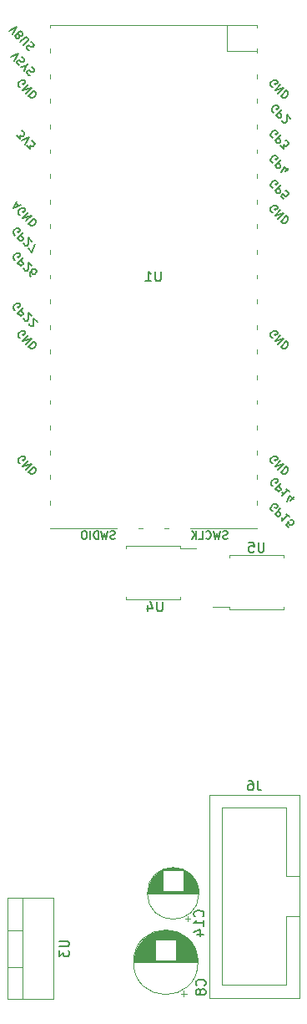
<source format=gbr>
%TF.GenerationSoftware,KiCad,Pcbnew,(6.0.7)*%
%TF.CreationDate,2023-02-07T22:21:13+09:00*%
%TF.ProjectId,scoppy_main,73636f70-7079-45f6-9d61-696e2e6b6963,rev?*%
%TF.SameCoordinates,Original*%
%TF.FileFunction,Legend,Bot*%
%TF.FilePolarity,Positive*%
%FSLAX46Y46*%
G04 Gerber Fmt 4.6, Leading zero omitted, Abs format (unit mm)*
G04 Created by KiCad (PCBNEW (6.0.7)) date 2023-02-07 22:21:13*
%MOMM*%
%LPD*%
G01*
G04 APERTURE LIST*
%ADD10C,0.150000*%
%ADD11C,0.120000*%
G04 APERTURE END LIST*
D10*
%TO.C,C14*%
X177757142Y-151557142D02*
X177804761Y-151509523D01*
X177852380Y-151366666D01*
X177852380Y-151271428D01*
X177804761Y-151128571D01*
X177709523Y-151033333D01*
X177614285Y-150985714D01*
X177423809Y-150938095D01*
X177280952Y-150938095D01*
X177090476Y-150985714D01*
X176995238Y-151033333D01*
X176900000Y-151128571D01*
X176852380Y-151271428D01*
X176852380Y-151366666D01*
X176900000Y-151509523D01*
X176947619Y-151557142D01*
X177852380Y-152509523D02*
X177852380Y-151938095D01*
X177852380Y-152223809D02*
X176852380Y-152223809D01*
X176995238Y-152128571D01*
X177090476Y-152033333D01*
X177138095Y-151938095D01*
X177185714Y-153366666D02*
X177852380Y-153366666D01*
X176804761Y-153128571D02*
X177519047Y-152890476D01*
X177519047Y-153509523D01*
%TO.C,C8*%
X177957142Y-158533333D02*
X178004761Y-158485714D01*
X178052380Y-158342857D01*
X178052380Y-158247619D01*
X178004761Y-158104761D01*
X177909523Y-158009523D01*
X177814285Y-157961904D01*
X177623809Y-157914285D01*
X177480952Y-157914285D01*
X177290476Y-157961904D01*
X177195238Y-158009523D01*
X177100000Y-158104761D01*
X177052380Y-158247619D01*
X177052380Y-158342857D01*
X177100000Y-158485714D01*
X177147619Y-158533333D01*
X177480952Y-159104761D02*
X177433333Y-159009523D01*
X177385714Y-158961904D01*
X177290476Y-158914285D01*
X177242857Y-158914285D01*
X177147619Y-158961904D01*
X177100000Y-159009523D01*
X177052380Y-159104761D01*
X177052380Y-159295238D01*
X177100000Y-159390476D01*
X177147619Y-159438095D01*
X177242857Y-159485714D01*
X177290476Y-159485714D01*
X177385714Y-159438095D01*
X177433333Y-159390476D01*
X177480952Y-159295238D01*
X177480952Y-159104761D01*
X177528571Y-159009523D01*
X177576190Y-158961904D01*
X177671428Y-158914285D01*
X177861904Y-158914285D01*
X177957142Y-158961904D01*
X178004761Y-159009523D01*
X178052380Y-159104761D01*
X178052380Y-159295238D01*
X178004761Y-159390476D01*
X177957142Y-159438095D01*
X177861904Y-159485714D01*
X177671428Y-159485714D01*
X177576190Y-159438095D01*
X177528571Y-159390476D01*
X177480952Y-159295238D01*
%TO.C,U5*%
X183961904Y-113652380D02*
X183961904Y-114461904D01*
X183914285Y-114557142D01*
X183866666Y-114604761D01*
X183771428Y-114652380D01*
X183580952Y-114652380D01*
X183485714Y-114604761D01*
X183438095Y-114557142D01*
X183390476Y-114461904D01*
X183390476Y-113652380D01*
X182438095Y-113652380D02*
X182914285Y-113652380D01*
X182961904Y-114128571D01*
X182914285Y-114080952D01*
X182819047Y-114033333D01*
X182580952Y-114033333D01*
X182485714Y-114080952D01*
X182438095Y-114128571D01*
X182390476Y-114223809D01*
X182390476Y-114461904D01*
X182438095Y-114557142D01*
X182485714Y-114604761D01*
X182580952Y-114652380D01*
X182819047Y-114652380D01*
X182914285Y-114604761D01*
X182961904Y-114557142D01*
%TO.C,J6*%
X183315833Y-137772380D02*
X183315833Y-138486666D01*
X183363452Y-138629523D01*
X183458690Y-138724761D01*
X183601547Y-138772380D01*
X183696785Y-138772380D01*
X182411071Y-137772380D02*
X182601547Y-137772380D01*
X182696785Y-137820000D01*
X182744404Y-137867619D01*
X182839642Y-138010476D01*
X182887261Y-138200952D01*
X182887261Y-138581904D01*
X182839642Y-138677142D01*
X182792023Y-138724761D01*
X182696785Y-138772380D01*
X182506309Y-138772380D01*
X182411071Y-138724761D01*
X182363452Y-138677142D01*
X182315833Y-138581904D01*
X182315833Y-138343809D01*
X182363452Y-138248571D01*
X182411071Y-138200952D01*
X182506309Y-138153333D01*
X182696785Y-138153333D01*
X182792023Y-138200952D01*
X182839642Y-138248571D01*
X182887261Y-138343809D01*
%TO.C,U1*%
X173511904Y-86202380D02*
X173511904Y-87011904D01*
X173464285Y-87107142D01*
X173416666Y-87154761D01*
X173321428Y-87202380D01*
X173130952Y-87202380D01*
X173035714Y-87154761D01*
X172988095Y-87107142D01*
X172940476Y-87011904D01*
X172940476Y-86202380D01*
X171940476Y-87202380D02*
X172511904Y-87202380D01*
X172226190Y-87202380D02*
X172226190Y-86202380D01*
X172321428Y-86345238D01*
X172416666Y-86440476D01*
X172511904Y-86488095D01*
X184863096Y-77738781D02*
X184782284Y-77711844D01*
X184701471Y-77631032D01*
X184647597Y-77523282D01*
X184647597Y-77415532D01*
X184674534Y-77334720D01*
X184755346Y-77200033D01*
X184836158Y-77119221D01*
X184970845Y-77038409D01*
X185051658Y-77011471D01*
X185159407Y-77011471D01*
X185267157Y-77065346D01*
X185321032Y-77119221D01*
X185374906Y-77226971D01*
X185374906Y-77280845D01*
X185186345Y-77469407D01*
X185078595Y-77361658D01*
X185671218Y-77469407D02*
X185105532Y-78035093D01*
X185321032Y-78250592D01*
X185401844Y-78277529D01*
X185455719Y-78277529D01*
X185536531Y-78250592D01*
X185617343Y-78169780D01*
X185644280Y-78088967D01*
X185644280Y-78035093D01*
X185617343Y-77954280D01*
X185401844Y-77738781D01*
X185940592Y-78870152D02*
X185671218Y-78600778D01*
X185913654Y-78304467D01*
X185913654Y-78358341D01*
X185940592Y-78439154D01*
X186075279Y-78573841D01*
X186156091Y-78600778D01*
X186209966Y-78600778D01*
X186290778Y-78573841D01*
X186425465Y-78439154D01*
X186452402Y-78358341D01*
X186452402Y-78304467D01*
X186425465Y-78223654D01*
X186290778Y-78088967D01*
X186209966Y-78062030D01*
X186156091Y-78062030D01*
X158739722Y-85089407D02*
X158658910Y-85062470D01*
X158578097Y-84981658D01*
X158524223Y-84873908D01*
X158524223Y-84766158D01*
X158551160Y-84685346D01*
X158631972Y-84550659D01*
X158712784Y-84469847D01*
X158847471Y-84389035D01*
X158928284Y-84362097D01*
X159036033Y-84362097D01*
X159143783Y-84415972D01*
X159197658Y-84469847D01*
X159251532Y-84577597D01*
X159251532Y-84631471D01*
X159062971Y-84820033D01*
X158955221Y-84712284D01*
X159547844Y-84820033D02*
X158982158Y-85385719D01*
X159197658Y-85601218D01*
X159278470Y-85628155D01*
X159332345Y-85628155D01*
X159413157Y-85601218D01*
X159493969Y-85520406D01*
X159520906Y-85439593D01*
X159520906Y-85385719D01*
X159493969Y-85304906D01*
X159278470Y-85089407D01*
X159574781Y-85870592D02*
X159574781Y-85924467D01*
X159601719Y-86005279D01*
X159736406Y-86139966D01*
X159817218Y-86166903D01*
X159871093Y-86166903D01*
X159951905Y-86139966D01*
X160005780Y-86086091D01*
X160059654Y-85978341D01*
X160059654Y-85331844D01*
X160409841Y-85682030D01*
X160329028Y-86732589D02*
X160221279Y-86624839D01*
X160194341Y-86544027D01*
X160194341Y-86490152D01*
X160221279Y-86355465D01*
X160302091Y-86220778D01*
X160517590Y-86005279D01*
X160598402Y-85978341D01*
X160652277Y-85978341D01*
X160733089Y-86005279D01*
X160840839Y-86113028D01*
X160867776Y-86193841D01*
X160867776Y-86247715D01*
X160840839Y-86328528D01*
X160706152Y-86463215D01*
X160625340Y-86490152D01*
X160571465Y-86490152D01*
X160490653Y-86463215D01*
X160382903Y-86355465D01*
X160355966Y-86274653D01*
X160355966Y-86220778D01*
X160382903Y-86139966D01*
X158793597Y-79309035D02*
X159062971Y-79578409D01*
X158901346Y-79093536D02*
X158524223Y-79847783D01*
X159278470Y-79470659D01*
X159224595Y-80494280D02*
X159143783Y-80467343D01*
X159062971Y-80386531D01*
X159009096Y-80278781D01*
X159009096Y-80171032D01*
X159036033Y-80090219D01*
X159116845Y-79955532D01*
X159197658Y-79874720D01*
X159332345Y-79793908D01*
X159413157Y-79766971D01*
X159520906Y-79766971D01*
X159628656Y-79820845D01*
X159682531Y-79874720D01*
X159736406Y-79982470D01*
X159736406Y-80036345D01*
X159547844Y-80224906D01*
X159440094Y-80117157D01*
X160032717Y-80224906D02*
X159467032Y-80790592D01*
X160355966Y-80548155D01*
X159790280Y-81113841D01*
X160625340Y-80817529D02*
X160059654Y-81383215D01*
X160194341Y-81517902D01*
X160302091Y-81571776D01*
X160409841Y-81571776D01*
X160490653Y-81544839D01*
X160625340Y-81464027D01*
X160706152Y-81383215D01*
X160786964Y-81248528D01*
X160813902Y-81167715D01*
X160813902Y-81059966D01*
X160760027Y-80952216D01*
X160625340Y-80817529D01*
X184893722Y-107949407D02*
X184812910Y-107922470D01*
X184732097Y-107841658D01*
X184678223Y-107733908D01*
X184678223Y-107626158D01*
X184705160Y-107545346D01*
X184785972Y-107410659D01*
X184866784Y-107329847D01*
X185001471Y-107249035D01*
X185082284Y-107222097D01*
X185190033Y-107222097D01*
X185297783Y-107275972D01*
X185351658Y-107329847D01*
X185405532Y-107437597D01*
X185405532Y-107491471D01*
X185216971Y-107680033D01*
X185109221Y-107572284D01*
X185701844Y-107680033D02*
X185136158Y-108245719D01*
X185351658Y-108461218D01*
X185432470Y-108488155D01*
X185486345Y-108488155D01*
X185567157Y-108461218D01*
X185647969Y-108380406D01*
X185674906Y-108299593D01*
X185674906Y-108245719D01*
X185647969Y-108164906D01*
X185432470Y-107949407D01*
X186563841Y-108542030D02*
X186240592Y-108218781D01*
X186402216Y-108380406D02*
X185836531Y-108946091D01*
X185863468Y-108811404D01*
X185863468Y-108703654D01*
X185836531Y-108622842D01*
X186671590Y-109404027D02*
X187048714Y-109026903D01*
X186321404Y-109484839D02*
X186590778Y-108946091D01*
X186940964Y-109296277D01*
X158739722Y-90169407D02*
X158658910Y-90142470D01*
X158578097Y-90061658D01*
X158524223Y-89953908D01*
X158524223Y-89846158D01*
X158551160Y-89765346D01*
X158631972Y-89630659D01*
X158712784Y-89549847D01*
X158847471Y-89469035D01*
X158928284Y-89442097D01*
X159036033Y-89442097D01*
X159143783Y-89495972D01*
X159197658Y-89549847D01*
X159251532Y-89657597D01*
X159251532Y-89711471D01*
X159062971Y-89900033D01*
X158955221Y-89792284D01*
X159547844Y-89900033D02*
X158982158Y-90465719D01*
X159197658Y-90681218D01*
X159278470Y-90708155D01*
X159332345Y-90708155D01*
X159413157Y-90681218D01*
X159493969Y-90600406D01*
X159520906Y-90519593D01*
X159520906Y-90465719D01*
X159493969Y-90384906D01*
X159278470Y-90169407D01*
X159574781Y-90950592D02*
X159574781Y-91004467D01*
X159601719Y-91085279D01*
X159736406Y-91219966D01*
X159817218Y-91246903D01*
X159871093Y-91246903D01*
X159951905Y-91219966D01*
X160005780Y-91166091D01*
X160059654Y-91058341D01*
X160059654Y-90411844D01*
X160409841Y-90762030D01*
X160113529Y-91489340D02*
X160113529Y-91543215D01*
X160140467Y-91624027D01*
X160275154Y-91758714D01*
X160355966Y-91785651D01*
X160409841Y-91785651D01*
X160490653Y-91758714D01*
X160544528Y-91704839D01*
X160598402Y-91597089D01*
X160598402Y-90950592D01*
X160948589Y-91300778D01*
X180259523Y-113273809D02*
X180145238Y-113311904D01*
X179954761Y-113311904D01*
X179878571Y-113273809D01*
X179840476Y-113235714D01*
X179802380Y-113159523D01*
X179802380Y-113083333D01*
X179840476Y-113007142D01*
X179878571Y-112969047D01*
X179954761Y-112930952D01*
X180107142Y-112892857D01*
X180183333Y-112854761D01*
X180221428Y-112816666D01*
X180259523Y-112740476D01*
X180259523Y-112664285D01*
X180221428Y-112588095D01*
X180183333Y-112550000D01*
X180107142Y-112511904D01*
X179916666Y-112511904D01*
X179802380Y-112550000D01*
X179535714Y-112511904D02*
X179345238Y-113311904D01*
X179192857Y-112740476D01*
X179040476Y-113311904D01*
X178850000Y-112511904D01*
X178088095Y-113235714D02*
X178126190Y-113273809D01*
X178240476Y-113311904D01*
X178316666Y-113311904D01*
X178430952Y-113273809D01*
X178507142Y-113197619D01*
X178545238Y-113121428D01*
X178583333Y-112969047D01*
X178583333Y-112854761D01*
X178545238Y-112702380D01*
X178507142Y-112626190D01*
X178430952Y-112550000D01*
X178316666Y-112511904D01*
X178240476Y-112511904D01*
X178126190Y-112550000D01*
X178088095Y-112588095D01*
X177364285Y-113311904D02*
X177745238Y-113311904D01*
X177745238Y-112511904D01*
X177097619Y-113311904D02*
X177097619Y-112511904D01*
X176640476Y-113311904D02*
X176983333Y-112854761D01*
X176640476Y-112511904D02*
X177097619Y-112969047D01*
X184836158Y-105651844D02*
X184755346Y-105624906D01*
X184674534Y-105544094D01*
X184620659Y-105436345D01*
X184620659Y-105328595D01*
X184647597Y-105247783D01*
X184728409Y-105113096D01*
X184809221Y-105032284D01*
X184943908Y-104951471D01*
X185024720Y-104924534D01*
X185132470Y-104924534D01*
X185240219Y-104978409D01*
X185294094Y-105032284D01*
X185347969Y-105140033D01*
X185347969Y-105193908D01*
X185159407Y-105382470D01*
X185051658Y-105274720D01*
X185644280Y-105382470D02*
X185078595Y-105948155D01*
X185967529Y-105705719D01*
X185401844Y-106271404D01*
X186236903Y-105975093D02*
X185671218Y-106540778D01*
X185805905Y-106675465D01*
X185913654Y-106729340D01*
X186021404Y-106729340D01*
X186102216Y-106702402D01*
X186236903Y-106621590D01*
X186317715Y-106540778D01*
X186398528Y-106406091D01*
X186425465Y-106325279D01*
X186425465Y-106217529D01*
X186371590Y-106109780D01*
X186236903Y-105975093D01*
X184863096Y-72658781D02*
X184782284Y-72631844D01*
X184701471Y-72551032D01*
X184647597Y-72443282D01*
X184647597Y-72335532D01*
X184674534Y-72254720D01*
X184755346Y-72120033D01*
X184836158Y-72039221D01*
X184970845Y-71958409D01*
X185051658Y-71931471D01*
X185159407Y-71931471D01*
X185267157Y-71985346D01*
X185321032Y-72039221D01*
X185374906Y-72146971D01*
X185374906Y-72200845D01*
X185186345Y-72389407D01*
X185078595Y-72281658D01*
X185671218Y-72389407D02*
X185105532Y-72955093D01*
X185321032Y-73170592D01*
X185401844Y-73197529D01*
X185455719Y-73197529D01*
X185536531Y-73170592D01*
X185617343Y-73089780D01*
X185644280Y-73008967D01*
X185644280Y-72955093D01*
X185617343Y-72874280D01*
X185401844Y-72658781D01*
X185617343Y-73466903D02*
X185967529Y-73817089D01*
X185994467Y-73413028D01*
X186075279Y-73493841D01*
X186156091Y-73520778D01*
X186209966Y-73520778D01*
X186290778Y-73493841D01*
X186425465Y-73359154D01*
X186452402Y-73278341D01*
X186452402Y-73224467D01*
X186425465Y-73143654D01*
X186263841Y-72982030D01*
X186183028Y-72955093D01*
X186129154Y-72955093D01*
X159236158Y-67551844D02*
X159155346Y-67524906D01*
X159074534Y-67444094D01*
X159020659Y-67336345D01*
X159020659Y-67228595D01*
X159047597Y-67147783D01*
X159128409Y-67013096D01*
X159209221Y-66932284D01*
X159343908Y-66851471D01*
X159424720Y-66824534D01*
X159532470Y-66824534D01*
X159640219Y-66878409D01*
X159694094Y-66932284D01*
X159747969Y-67040033D01*
X159747969Y-67093908D01*
X159559407Y-67282470D01*
X159451658Y-67174720D01*
X160044280Y-67282470D02*
X159478595Y-67848155D01*
X160367529Y-67605719D01*
X159801844Y-68171404D01*
X160636903Y-67875093D02*
X160071218Y-68440778D01*
X160205905Y-68575465D01*
X160313654Y-68629340D01*
X160421404Y-68629340D01*
X160502216Y-68602402D01*
X160636903Y-68521590D01*
X160717715Y-68440778D01*
X160798528Y-68306091D01*
X160825465Y-68225279D01*
X160825465Y-68117529D01*
X160771590Y-68009780D01*
X160636903Y-67875093D01*
X184863096Y-75198781D02*
X184782284Y-75171844D01*
X184701471Y-75091032D01*
X184647597Y-74983282D01*
X184647597Y-74875532D01*
X184674534Y-74794720D01*
X184755346Y-74660033D01*
X184836158Y-74579221D01*
X184970845Y-74498409D01*
X185051658Y-74471471D01*
X185159407Y-74471471D01*
X185267157Y-74525346D01*
X185321032Y-74579221D01*
X185374906Y-74686971D01*
X185374906Y-74740845D01*
X185186345Y-74929407D01*
X185078595Y-74821658D01*
X185671218Y-74929407D02*
X185105532Y-75495093D01*
X185321032Y-75710592D01*
X185401844Y-75737529D01*
X185455719Y-75737529D01*
X185536531Y-75710592D01*
X185617343Y-75629780D01*
X185644280Y-75548967D01*
X185644280Y-75495093D01*
X185617343Y-75414280D01*
X185401844Y-75198781D01*
X186102216Y-76114653D02*
X186479340Y-75737529D01*
X185752030Y-76195465D02*
X186021404Y-75656717D01*
X186371590Y-76006903D01*
X184963096Y-70118781D02*
X184882284Y-70091844D01*
X184801471Y-70011032D01*
X184747597Y-69903282D01*
X184747597Y-69795532D01*
X184774534Y-69714720D01*
X184855346Y-69580033D01*
X184936158Y-69499221D01*
X185070845Y-69418409D01*
X185151658Y-69391471D01*
X185259407Y-69391471D01*
X185367157Y-69445346D01*
X185421032Y-69499221D01*
X185474906Y-69606971D01*
X185474906Y-69660845D01*
X185286345Y-69849407D01*
X185178595Y-69741658D01*
X185771218Y-69849407D02*
X185205532Y-70415093D01*
X185421032Y-70630592D01*
X185501844Y-70657529D01*
X185555719Y-70657529D01*
X185636531Y-70630592D01*
X185717343Y-70549780D01*
X185744280Y-70468967D01*
X185744280Y-70415093D01*
X185717343Y-70334280D01*
X185501844Y-70118781D01*
X185798155Y-70899966D02*
X185798155Y-70953841D01*
X185825093Y-71034653D01*
X185959780Y-71169340D01*
X186040592Y-71196277D01*
X186094467Y-71196277D01*
X186175279Y-71169340D01*
X186229154Y-71115465D01*
X186283028Y-71007715D01*
X186283028Y-70361218D01*
X186633215Y-70711404D01*
X168845238Y-113273809D02*
X168730952Y-113311904D01*
X168540476Y-113311904D01*
X168464285Y-113273809D01*
X168426190Y-113235714D01*
X168388095Y-113159523D01*
X168388095Y-113083333D01*
X168426190Y-113007142D01*
X168464285Y-112969047D01*
X168540476Y-112930952D01*
X168692857Y-112892857D01*
X168769047Y-112854761D01*
X168807142Y-112816666D01*
X168845238Y-112740476D01*
X168845238Y-112664285D01*
X168807142Y-112588095D01*
X168769047Y-112550000D01*
X168692857Y-112511904D01*
X168502380Y-112511904D01*
X168388095Y-112550000D01*
X168121428Y-112511904D02*
X167930952Y-113311904D01*
X167778571Y-112740476D01*
X167626190Y-113311904D01*
X167435714Y-112511904D01*
X167130952Y-113311904D02*
X167130952Y-112511904D01*
X166940476Y-112511904D01*
X166826190Y-112550000D01*
X166750000Y-112626190D01*
X166711904Y-112702380D01*
X166673809Y-112854761D01*
X166673809Y-112969047D01*
X166711904Y-113121428D01*
X166750000Y-113197619D01*
X166826190Y-113273809D01*
X166940476Y-113311904D01*
X167130952Y-113311904D01*
X166330952Y-113311904D02*
X166330952Y-112511904D01*
X165797619Y-112511904D02*
X165645238Y-112511904D01*
X165569047Y-112550000D01*
X165492857Y-112626190D01*
X165454761Y-112778571D01*
X165454761Y-113045238D01*
X165492857Y-113197619D01*
X165569047Y-113273809D01*
X165645238Y-113311904D01*
X165797619Y-113311904D01*
X165873809Y-113273809D01*
X165950000Y-113197619D01*
X165988095Y-113045238D01*
X165988095Y-112778571D01*
X165950000Y-112626190D01*
X165873809Y-112550000D01*
X165797619Y-112511904D01*
X184847722Y-110489407D02*
X184766910Y-110462470D01*
X184686097Y-110381658D01*
X184632223Y-110273908D01*
X184632223Y-110166158D01*
X184659160Y-110085346D01*
X184739972Y-109950659D01*
X184820784Y-109869847D01*
X184955471Y-109789035D01*
X185036284Y-109762097D01*
X185144033Y-109762097D01*
X185251783Y-109815972D01*
X185305658Y-109869847D01*
X185359532Y-109977597D01*
X185359532Y-110031471D01*
X185170971Y-110220033D01*
X185063221Y-110112284D01*
X185655844Y-110220033D02*
X185090158Y-110785719D01*
X185305658Y-111001218D01*
X185386470Y-111028155D01*
X185440345Y-111028155D01*
X185521157Y-111001218D01*
X185601969Y-110920406D01*
X185628906Y-110839593D01*
X185628906Y-110785719D01*
X185601969Y-110704906D01*
X185386470Y-110489407D01*
X186517841Y-111082030D02*
X186194592Y-110758781D01*
X186356216Y-110920406D02*
X185790531Y-111486091D01*
X185817468Y-111351404D01*
X185817468Y-111243654D01*
X185790531Y-111162842D01*
X186463966Y-112159526D02*
X186194592Y-111890152D01*
X186437028Y-111593841D01*
X186437028Y-111647715D01*
X186463966Y-111728528D01*
X186598653Y-111863215D01*
X186679465Y-111890152D01*
X186733340Y-111890152D01*
X186814152Y-111863215D01*
X186948839Y-111728528D01*
X186975776Y-111647715D01*
X186975776Y-111593841D01*
X186948839Y-111513028D01*
X186814152Y-111378341D01*
X186733340Y-111351404D01*
X186679465Y-111351404D01*
X158103129Y-61822690D02*
X158857377Y-61445566D01*
X158480253Y-62199813D01*
X159126751Y-62307563D02*
X159234500Y-62361438D01*
X159288375Y-62361438D01*
X159369187Y-62334500D01*
X159450000Y-62253688D01*
X159476937Y-62172876D01*
X159476937Y-62119001D01*
X159450000Y-62038189D01*
X159234500Y-61822690D01*
X158668815Y-62388375D01*
X158857377Y-62576937D01*
X158938189Y-62603874D01*
X158992064Y-62603874D01*
X159072876Y-62576937D01*
X159126751Y-62523062D01*
X159153688Y-62442250D01*
X159153688Y-62388375D01*
X159126751Y-62307563D01*
X158938189Y-62119001D01*
X159234500Y-62954061D02*
X159692436Y-62496125D01*
X159773248Y-62469187D01*
X159827123Y-62469187D01*
X159907935Y-62496125D01*
X160015685Y-62603874D01*
X160042622Y-62684687D01*
X160042622Y-62738561D01*
X160015685Y-62819374D01*
X159557749Y-63277309D01*
X160338934Y-62980998D02*
X160446683Y-63034873D01*
X160581370Y-63169560D01*
X160608308Y-63250372D01*
X160608308Y-63304247D01*
X160581370Y-63385059D01*
X160527496Y-63438934D01*
X160446683Y-63465871D01*
X160392809Y-63465871D01*
X160311996Y-63438934D01*
X160177309Y-63358122D01*
X160096497Y-63331184D01*
X160042622Y-63331184D01*
X159961810Y-63358122D01*
X159907935Y-63411996D01*
X159880998Y-63492809D01*
X159880998Y-63546683D01*
X159907935Y-63627496D01*
X160042622Y-63762183D01*
X160150372Y-63816057D01*
X184836158Y-67551844D02*
X184755346Y-67524906D01*
X184674534Y-67444094D01*
X184620659Y-67336345D01*
X184620659Y-67228595D01*
X184647597Y-67147783D01*
X184728409Y-67013096D01*
X184809221Y-66932284D01*
X184943908Y-66851471D01*
X185024720Y-66824534D01*
X185132470Y-66824534D01*
X185240219Y-66878409D01*
X185294094Y-66932284D01*
X185347969Y-67040033D01*
X185347969Y-67093908D01*
X185159407Y-67282470D01*
X185051658Y-67174720D01*
X185644280Y-67282470D02*
X185078595Y-67848155D01*
X185967529Y-67605719D01*
X185401844Y-68171404D01*
X186236903Y-67875093D02*
X185671218Y-68440778D01*
X185805905Y-68575465D01*
X185913654Y-68629340D01*
X186021404Y-68629340D01*
X186102216Y-68602402D01*
X186236903Y-68521590D01*
X186317715Y-68440778D01*
X186398528Y-68306091D01*
X186425465Y-68225279D01*
X186425465Y-68117529D01*
X186371590Y-68009780D01*
X186236903Y-67875093D01*
X184836158Y-80251844D02*
X184755346Y-80224906D01*
X184674534Y-80144094D01*
X184620659Y-80036345D01*
X184620659Y-79928595D01*
X184647597Y-79847783D01*
X184728409Y-79713096D01*
X184809221Y-79632284D01*
X184943908Y-79551471D01*
X185024720Y-79524534D01*
X185132470Y-79524534D01*
X185240219Y-79578409D01*
X185294094Y-79632284D01*
X185347969Y-79740033D01*
X185347969Y-79793908D01*
X185159407Y-79982470D01*
X185051658Y-79874720D01*
X185644280Y-79982470D02*
X185078595Y-80548155D01*
X185967529Y-80305719D01*
X185401844Y-80871404D01*
X186236903Y-80575093D02*
X185671218Y-81140778D01*
X185805905Y-81275465D01*
X185913654Y-81329340D01*
X186021404Y-81329340D01*
X186102216Y-81302402D01*
X186236903Y-81221590D01*
X186317715Y-81140778D01*
X186398528Y-81006091D01*
X186425465Y-80925279D01*
X186425465Y-80817529D01*
X186371590Y-80709780D01*
X186236903Y-80575093D01*
X159236158Y-92951844D02*
X159155346Y-92924906D01*
X159074534Y-92844094D01*
X159020659Y-92736345D01*
X159020659Y-92628595D01*
X159047597Y-92547783D01*
X159128409Y-92413096D01*
X159209221Y-92332284D01*
X159343908Y-92251471D01*
X159424720Y-92224534D01*
X159532470Y-92224534D01*
X159640219Y-92278409D01*
X159694094Y-92332284D01*
X159747969Y-92440033D01*
X159747969Y-92493908D01*
X159559407Y-92682470D01*
X159451658Y-92574720D01*
X160044280Y-92682470D02*
X159478595Y-93248155D01*
X160367529Y-93005719D01*
X159801844Y-93571404D01*
X160636903Y-93275093D02*
X160071218Y-93840778D01*
X160205905Y-93975465D01*
X160313654Y-94029340D01*
X160421404Y-94029340D01*
X160502216Y-94002402D01*
X160636903Y-93921590D01*
X160717715Y-93840778D01*
X160798528Y-93706091D01*
X160825465Y-93625279D01*
X160825465Y-93517529D01*
X160771590Y-93409780D01*
X160636903Y-93275093D01*
X158739722Y-82559407D02*
X158658910Y-82532470D01*
X158578097Y-82451658D01*
X158524223Y-82343908D01*
X158524223Y-82236158D01*
X158551160Y-82155346D01*
X158631972Y-82020659D01*
X158712784Y-81939847D01*
X158847471Y-81859035D01*
X158928284Y-81832097D01*
X159036033Y-81832097D01*
X159143783Y-81885972D01*
X159197658Y-81939847D01*
X159251532Y-82047597D01*
X159251532Y-82101471D01*
X159062971Y-82290033D01*
X158955221Y-82182284D01*
X159547844Y-82290033D02*
X158982158Y-82855719D01*
X159197658Y-83071218D01*
X159278470Y-83098155D01*
X159332345Y-83098155D01*
X159413157Y-83071218D01*
X159493969Y-82990406D01*
X159520906Y-82909593D01*
X159520906Y-82855719D01*
X159493969Y-82774906D01*
X159278470Y-82559407D01*
X159574781Y-83340592D02*
X159574781Y-83394467D01*
X159601719Y-83475279D01*
X159736406Y-83609966D01*
X159817218Y-83636903D01*
X159871093Y-83636903D01*
X159951905Y-83609966D01*
X160005780Y-83556091D01*
X160059654Y-83448341D01*
X160059654Y-82801844D01*
X160409841Y-83152030D01*
X160032717Y-83906277D02*
X160409841Y-84283401D01*
X160733089Y-83475279D01*
X184836158Y-92951844D02*
X184755346Y-92924906D01*
X184674534Y-92844094D01*
X184620659Y-92736345D01*
X184620659Y-92628595D01*
X184647597Y-92547783D01*
X184728409Y-92413096D01*
X184809221Y-92332284D01*
X184943908Y-92251471D01*
X185024720Y-92224534D01*
X185132470Y-92224534D01*
X185240219Y-92278409D01*
X185294094Y-92332284D01*
X185347969Y-92440033D01*
X185347969Y-92493908D01*
X185159407Y-92682470D01*
X185051658Y-92574720D01*
X185644280Y-92682470D02*
X185078595Y-93248155D01*
X185967529Y-93005719D01*
X185401844Y-93571404D01*
X186236903Y-93275093D02*
X185671218Y-93840778D01*
X185805905Y-93975465D01*
X185913654Y-94029340D01*
X186021404Y-94029340D01*
X186102216Y-94002402D01*
X186236903Y-93921590D01*
X186317715Y-93840778D01*
X186398528Y-93706091D01*
X186425465Y-93625279D01*
X186425465Y-93517529D01*
X186371590Y-93409780D01*
X186236903Y-93275093D01*
X158839847Y-72459407D02*
X159190033Y-72809593D01*
X159216971Y-72405532D01*
X159297783Y-72486345D01*
X159378595Y-72513282D01*
X159432470Y-72513282D01*
X159513282Y-72486345D01*
X159647969Y-72351658D01*
X159674906Y-72270845D01*
X159674906Y-72216971D01*
X159647969Y-72136158D01*
X159486345Y-71974534D01*
X159405532Y-71947597D01*
X159351658Y-71947597D01*
X159351658Y-72971218D02*
X160105905Y-72594094D01*
X159728781Y-73348341D01*
X159863468Y-73483028D02*
X160213654Y-73833215D01*
X160240592Y-73429154D01*
X160321404Y-73509966D01*
X160402216Y-73536903D01*
X160456091Y-73536903D01*
X160536903Y-73509966D01*
X160671590Y-73375279D01*
X160698528Y-73294467D01*
X160698528Y-73240592D01*
X160671590Y-73159780D01*
X160509966Y-72998155D01*
X160429154Y-72971218D01*
X160375279Y-72971218D01*
X159236158Y-105651844D02*
X159155346Y-105624906D01*
X159074534Y-105544094D01*
X159020659Y-105436345D01*
X159020659Y-105328595D01*
X159047597Y-105247783D01*
X159128409Y-105113096D01*
X159209221Y-105032284D01*
X159343908Y-104951471D01*
X159424720Y-104924534D01*
X159532470Y-104924534D01*
X159640219Y-104978409D01*
X159694094Y-105032284D01*
X159747969Y-105140033D01*
X159747969Y-105193908D01*
X159559407Y-105382470D01*
X159451658Y-105274720D01*
X160044280Y-105382470D02*
X159478595Y-105948155D01*
X160367529Y-105705719D01*
X159801844Y-106271404D01*
X160636903Y-105975093D02*
X160071218Y-106540778D01*
X160205905Y-106675465D01*
X160313654Y-106729340D01*
X160421404Y-106729340D01*
X160502216Y-106702402D01*
X160636903Y-106621590D01*
X160717715Y-106540778D01*
X160798528Y-106406091D01*
X160825465Y-106325279D01*
X160825465Y-106217529D01*
X160771590Y-106109780D01*
X160636903Y-105975093D01*
X158270473Y-64500033D02*
X159024720Y-64122910D01*
X158647597Y-64877157D01*
X159347969Y-64500033D02*
X159455719Y-64553908D01*
X159590406Y-64688595D01*
X159617343Y-64769407D01*
X159617343Y-64823282D01*
X159590406Y-64904094D01*
X159536531Y-64957969D01*
X159455719Y-64984906D01*
X159401844Y-64984906D01*
X159321032Y-64957969D01*
X159186345Y-64877157D01*
X159105532Y-64850219D01*
X159051658Y-64850219D01*
X158970845Y-64877157D01*
X158916971Y-64931032D01*
X158890033Y-65011844D01*
X158890033Y-65065719D01*
X158916971Y-65146531D01*
X159051658Y-65281218D01*
X159159407Y-65335093D01*
X159778967Y-65415905D02*
X160048341Y-65146531D01*
X159294094Y-65523654D02*
X159778967Y-65415905D01*
X159671218Y-65900778D01*
X160371590Y-65523654D02*
X160479340Y-65577529D01*
X160614027Y-65712216D01*
X160640964Y-65793028D01*
X160640964Y-65846903D01*
X160614027Y-65927715D01*
X160560152Y-65981590D01*
X160479340Y-66008528D01*
X160425465Y-66008528D01*
X160344653Y-65981590D01*
X160209966Y-65900778D01*
X160129154Y-65873841D01*
X160075279Y-65873841D01*
X159994467Y-65900778D01*
X159940592Y-65954653D01*
X159913654Y-66035465D01*
X159913654Y-66089340D01*
X159940592Y-66170152D01*
X160075279Y-66304839D01*
X160183028Y-66358714D01*
%TO.C,U4*%
X173661904Y-119652380D02*
X173661904Y-120461904D01*
X173614285Y-120557142D01*
X173566666Y-120604761D01*
X173471428Y-120652380D01*
X173280952Y-120652380D01*
X173185714Y-120604761D01*
X173138095Y-120557142D01*
X173090476Y-120461904D01*
X173090476Y-119652380D01*
X172185714Y-119985714D02*
X172185714Y-120652380D01*
X172423809Y-119604761D02*
X172661904Y-120319047D01*
X172042857Y-120319047D01*
%TO.C,U3*%
X163202380Y-154028095D02*
X164011904Y-154028095D01*
X164107142Y-154075714D01*
X164154761Y-154123333D01*
X164202380Y-154218571D01*
X164202380Y-154409047D01*
X164154761Y-154504285D01*
X164107142Y-154551904D01*
X164011904Y-154599523D01*
X163202380Y-154599523D01*
X163202380Y-154980476D02*
X163202380Y-155599523D01*
X163583333Y-155266190D01*
X163583333Y-155409047D01*
X163630952Y-155504285D01*
X163678571Y-155551904D01*
X163773809Y-155599523D01*
X164011904Y-155599523D01*
X164107142Y-155551904D01*
X164154761Y-155504285D01*
X164202380Y-155409047D01*
X164202380Y-155123333D01*
X164154761Y-155028095D01*
X164107142Y-154980476D01*
D11*
%TO.C,C14*%
X176651000Y-147444100D02*
X175790000Y-147444100D01*
X176069000Y-146964100D02*
X175790000Y-146964100D01*
X176950000Y-147844100D02*
X175790000Y-147844100D01*
X173710000Y-147164100D02*
X173145000Y-147164100D01*
X176576000Y-147364100D02*
X175790000Y-147364100D01*
X177326000Y-149045100D02*
X172174000Y-149045100D01*
X173710000Y-147804100D02*
X172575000Y-147804100D01*
X173710000Y-148444100D02*
X172282000Y-148444100D01*
X173710000Y-146964100D02*
X173431000Y-146964100D01*
X177115000Y-148164100D02*
X175790000Y-148164100D01*
X176475000Y-151759875D02*
X175975000Y-151759875D01*
X177241000Y-148525100D02*
X175790000Y-148525100D01*
X173710000Y-147484100D02*
X172813000Y-147484100D01*
X173710000Y-147724100D02*
X172628000Y-147724100D01*
X177164000Y-148284100D02*
X175790000Y-148284100D01*
X177230000Y-148484100D02*
X175790000Y-148484100D01*
X173710000Y-147364100D02*
X172924000Y-147364100D01*
X176225000Y-152009875D02*
X176225000Y-151509875D01*
X177323000Y-149005100D02*
X172177000Y-149005100D01*
X173710000Y-148164100D02*
X172385000Y-148164100D01*
X176614000Y-147404100D02*
X175790000Y-147404100D01*
X177148000Y-148244100D02*
X175790000Y-148244100D01*
X173710000Y-148004100D02*
X172460000Y-148004100D01*
X176403000Y-147204100D02*
X175790000Y-147204100D01*
X177306000Y-148845100D02*
X175790000Y-148845100D01*
X177040000Y-148004100D02*
X175790000Y-148004100D01*
X173710000Y-147684100D02*
X172655000Y-147684100D01*
X173710000Y-148645100D02*
X172230000Y-148645100D01*
X175268000Y-146644100D02*
X174232000Y-146644100D01*
X177278000Y-148685100D02*
X175790000Y-148685100D01*
X175665000Y-146764100D02*
X173835000Y-146764100D01*
X176785000Y-147604100D02*
X175790000Y-147604100D01*
X176493000Y-147284100D02*
X175790000Y-147284100D01*
X173710000Y-148565100D02*
X172249000Y-148565100D01*
X176355000Y-147164100D02*
X175790000Y-147164100D01*
X176687000Y-147484100D02*
X175790000Y-147484100D01*
X177098000Y-148124100D02*
X175790000Y-148124100D01*
X173710000Y-147524100D02*
X172779000Y-147524100D01*
X176997000Y-147924100D02*
X175790000Y-147924100D01*
X177205000Y-148404100D02*
X175790000Y-148404100D01*
X177329000Y-149125100D02*
X172171000Y-149125100D01*
X173710000Y-147004100D02*
X173367000Y-147004100D01*
X176001000Y-146924100D02*
X175790000Y-146924100D01*
X173710000Y-147884100D02*
X172526000Y-147884100D01*
X173710000Y-147764100D02*
X172601000Y-147764100D01*
X177060000Y-148044100D02*
X175790000Y-148044100D01*
X176872000Y-147724100D02*
X175790000Y-147724100D01*
X177330000Y-149165100D02*
X172170000Y-149165100D01*
X177315000Y-148925100D02*
X175790000Y-148925100D01*
X173710000Y-148765100D02*
X172207000Y-148765100D01*
X173710000Y-148364100D02*
X172308000Y-148364100D01*
X176754000Y-147564100D02*
X175790000Y-147564100D01*
X173710000Y-148605100D02*
X172239000Y-148605100D01*
X173710000Y-147964100D02*
X172482000Y-147964100D01*
X173710000Y-148965100D02*
X172181000Y-148965100D01*
X175427000Y-146684100D02*
X174073000Y-146684100D01*
X175555000Y-146724100D02*
X173945000Y-146724100D01*
X175761000Y-146804100D02*
X173739000Y-146804100D01*
X173710000Y-147044100D02*
X173307000Y-147044100D01*
X173710000Y-148284100D02*
X172336000Y-148284100D01*
X177132000Y-148204100D02*
X175790000Y-148204100D01*
X177328000Y-149085100D02*
X172172000Y-149085100D01*
X177192000Y-148364100D02*
X175790000Y-148364100D01*
X176304000Y-147124100D02*
X175790000Y-147124100D01*
X173710000Y-148124100D02*
X172402000Y-148124100D01*
X177018000Y-147964100D02*
X175790000Y-147964100D01*
X177251000Y-148565100D02*
X175790000Y-148565100D01*
X173710000Y-147604100D02*
X172715000Y-147604100D01*
X175928000Y-146884100D02*
X173572000Y-146884100D01*
X173710000Y-147204100D02*
X173097000Y-147204100D01*
X177330000Y-149205100D02*
X172170000Y-149205100D01*
X173710000Y-148404100D02*
X172295000Y-148404100D01*
X173710000Y-147844100D02*
X172550000Y-147844100D01*
X176815000Y-147644100D02*
X175790000Y-147644100D01*
X173710000Y-148084100D02*
X172421000Y-148084100D01*
X173710000Y-148244100D02*
X172352000Y-148244100D01*
X176250000Y-147084100D02*
X175790000Y-147084100D01*
X173710000Y-146924100D02*
X173499000Y-146924100D01*
X173710000Y-148805100D02*
X172200000Y-148805100D01*
X176899000Y-147764100D02*
X175790000Y-147764100D01*
X173710000Y-147644100D02*
X172685000Y-147644100D01*
X176974000Y-147884100D02*
X175790000Y-147884100D01*
X177079000Y-148084100D02*
X175790000Y-148084100D01*
X177319000Y-148965100D02*
X175790000Y-148965100D01*
X176721000Y-147524100D02*
X175790000Y-147524100D01*
X173710000Y-148044100D02*
X172440000Y-148044100D01*
X176845000Y-147684100D02*
X175790000Y-147684100D01*
X173710000Y-147444100D02*
X172849000Y-147444100D01*
X177218000Y-148444100D02*
X175790000Y-148444100D01*
X177311000Y-148885100D02*
X175790000Y-148885100D01*
X173710000Y-148204100D02*
X172368000Y-148204100D01*
X173710000Y-148484100D02*
X172270000Y-148484100D01*
X173710000Y-148725100D02*
X172214000Y-148725100D01*
X177286000Y-148725100D02*
X175790000Y-148725100D01*
X177300000Y-148805100D02*
X175790000Y-148805100D01*
X176925000Y-147804100D02*
X175790000Y-147804100D01*
X177178000Y-148324100D02*
X175790000Y-148324100D01*
X173710000Y-147564100D02*
X172746000Y-147564100D01*
X175848000Y-146844100D02*
X173652000Y-146844100D01*
X173710000Y-147244100D02*
X173051000Y-147244100D01*
X176535000Y-147324100D02*
X175790000Y-147324100D01*
X177293000Y-148765100D02*
X175790000Y-148765100D01*
X175034000Y-146604100D02*
X174466000Y-146604100D01*
X177270000Y-148645100D02*
X175790000Y-148645100D01*
X173710000Y-147324100D02*
X172965000Y-147324100D01*
X177261000Y-148605100D02*
X175790000Y-148605100D01*
X176449000Y-147244100D02*
X175790000Y-147244100D01*
X176133000Y-147004100D02*
X175790000Y-147004100D01*
X173710000Y-148885100D02*
X172189000Y-148885100D01*
X173710000Y-148845100D02*
X172194000Y-148845100D01*
X173710000Y-148324100D02*
X172322000Y-148324100D01*
X173710000Y-148685100D02*
X172222000Y-148685100D01*
X173710000Y-147084100D02*
X173250000Y-147084100D01*
X176193000Y-147044100D02*
X175790000Y-147044100D01*
X173710000Y-148525100D02*
X172259000Y-148525100D01*
X173710000Y-147924100D02*
X172503000Y-147924100D01*
X173710000Y-147284100D02*
X173007000Y-147284100D01*
X173710000Y-147124100D02*
X173196000Y-147124100D01*
X173710000Y-147404100D02*
X172886000Y-147404100D01*
X173710000Y-148925100D02*
X172185000Y-148925100D01*
X177370000Y-149205100D02*
G75*
G03*
X177370000Y-149205100I-2620000J0D01*
G01*
%TO.C,C8*%
X172960000Y-154501400D02*
X171234000Y-154501400D01*
X176548000Y-154181400D02*
X175040000Y-154181400D01*
X172960000Y-155101400D02*
X170953000Y-155101400D01*
X172960000Y-154941400D02*
X171014000Y-154941400D01*
X176834000Y-154621400D02*
X175040000Y-154621400D01*
X176766000Y-154501400D02*
X175040000Y-154501400D01*
X176137000Y-153741400D02*
X171863000Y-153741400D01*
X172960000Y-154741400D02*
X171104000Y-154741400D01*
X176092000Y-153701400D02*
X171908000Y-153701400D01*
X177110000Y-155301400D02*
X175040000Y-155301400D01*
X172960000Y-155341400D02*
X170879000Y-155341400D01*
X176343000Y-153941400D02*
X175040000Y-153941400D01*
X177222000Y-155942400D02*
X175040000Y-155942400D01*
X172960000Y-154381400D02*
X171310000Y-154381400D01*
X175839000Y-159682641D02*
X175839000Y-159052641D01*
X175834000Y-153501400D02*
X172166000Y-153501400D01*
X176607000Y-154261400D02*
X175040000Y-154261400D01*
X172960000Y-153981400D02*
X171620000Y-153981400D01*
X175890000Y-153541400D02*
X172110000Y-153541400D01*
X172960000Y-155502400D02*
X170841000Y-155502400D01*
X174402000Y-152941400D02*
X173598000Y-152941400D01*
X176952000Y-154861400D02*
X175040000Y-154861400D01*
X172960000Y-154021400D02*
X171584000Y-154021400D01*
X175059000Y-153101400D02*
X172941000Y-153101400D01*
X172960000Y-155902400D02*
X170782000Y-155902400D01*
X175944000Y-153581400D02*
X172056000Y-153581400D01*
X175262000Y-153181400D02*
X172738000Y-153181400D01*
X177018000Y-155021400D02*
X175040000Y-155021400D01*
X177175000Y-155582400D02*
X175040000Y-155582400D01*
X176716000Y-154421400D02*
X175040000Y-154421400D01*
X176416000Y-154021400D02*
X175040000Y-154021400D01*
X176896000Y-154741400D02*
X175040000Y-154741400D01*
X176790000Y-154541400D02*
X175040000Y-154541400D01*
X172960000Y-154661400D02*
X171144000Y-154661400D01*
X172960000Y-154061400D02*
X171550000Y-154061400D01*
X177098000Y-155261400D02*
X175040000Y-155261400D01*
X176986000Y-154941400D02*
X175040000Y-154941400D01*
X177121000Y-155341400D02*
X175040000Y-155341400D01*
X176664000Y-154341400D02*
X175040000Y-154341400D01*
X172960000Y-155021400D02*
X170982000Y-155021400D01*
X177230000Y-156142400D02*
X170770000Y-156142400D01*
X177189000Y-155662400D02*
X175040000Y-155662400D01*
X175581000Y-153341400D02*
X172419000Y-153341400D01*
X177150000Y-155461400D02*
X175040000Y-155461400D01*
X172960000Y-155141400D02*
X170939000Y-155141400D01*
X174633000Y-152981400D02*
X173367000Y-152981400D01*
X172960000Y-154581400D02*
X171188000Y-154581400D01*
X176305000Y-153901400D02*
X175040000Y-153901400D01*
X172960000Y-155301400D02*
X170890000Y-155301400D01*
X176856000Y-154661400D02*
X175040000Y-154661400D01*
X172960000Y-154821400D02*
X171066000Y-154821400D01*
X176578000Y-154221400D02*
X175040000Y-154221400D01*
X172960000Y-154141400D02*
X171484000Y-154141400D01*
X172960000Y-155662400D02*
X170811000Y-155662400D01*
X176516000Y-154141400D02*
X175040000Y-154141400D01*
X172960000Y-153901400D02*
X171695000Y-153901400D01*
X175350000Y-153221400D02*
X172650000Y-153221400D01*
X177086000Y-155221400D02*
X175040000Y-155221400D01*
X176224000Y-153821400D02*
X171776000Y-153821400D01*
X172960000Y-154861400D02*
X171048000Y-154861400D01*
X176380000Y-153981400D02*
X175040000Y-153981400D01*
X176265000Y-153861400D02*
X171735000Y-153861400D01*
X177218000Y-155902400D02*
X175040000Y-155902400D01*
X172960000Y-154301400D02*
X171364000Y-154301400D01*
X175650000Y-153381400D02*
X172350000Y-153381400D01*
X172960000Y-155381400D02*
X170869000Y-155381400D01*
X177227000Y-156022400D02*
X170773000Y-156022400D01*
X177211000Y-155822400D02*
X175040000Y-155822400D01*
X177228000Y-156062400D02*
X170772000Y-156062400D01*
X175714000Y-153421400D02*
X172286000Y-153421400D01*
X172960000Y-154701400D02*
X171124000Y-154701400D01*
X172960000Y-154421400D02*
X171284000Y-154421400D01*
X172960000Y-155622400D02*
X170818000Y-155622400D01*
X175509000Y-153301400D02*
X172491000Y-153301400D01*
X177061000Y-155141400D02*
X175040000Y-155141400D01*
X172960000Y-154541400D02*
X171210000Y-154541400D01*
X172960000Y-155862400D02*
X170785000Y-155862400D01*
X176690000Y-154381400D02*
X175040000Y-154381400D01*
X175432000Y-153261400D02*
X172568000Y-153261400D01*
X175776000Y-153461400D02*
X172224000Y-153461400D01*
X177215000Y-155862400D02*
X175040000Y-155862400D01*
X172960000Y-154261400D02*
X171393000Y-154261400D01*
X176812000Y-154581400D02*
X175040000Y-154581400D01*
X177195000Y-155702400D02*
X175040000Y-155702400D01*
X172960000Y-154461400D02*
X171258000Y-154461400D01*
X176742000Y-154461400D02*
X175040000Y-154461400D01*
X174802000Y-153021400D02*
X173198000Y-153021400D01*
X172960000Y-155702400D02*
X170805000Y-155702400D01*
X176044000Y-153661400D02*
X171956000Y-153661400D01*
X176636000Y-154301400D02*
X175040000Y-154301400D01*
X177047000Y-155101400D02*
X175040000Y-155101400D01*
X172960000Y-154621400D02*
X171166000Y-154621400D01*
X177159000Y-155502400D02*
X175040000Y-155502400D01*
X172960000Y-154181400D02*
X171452000Y-154181400D01*
X175995000Y-153621400D02*
X172005000Y-153621400D01*
X176154000Y-159367641D02*
X175524000Y-159367641D01*
X177167000Y-155542400D02*
X175040000Y-155542400D01*
X177206000Y-155782400D02*
X175040000Y-155782400D01*
X176450000Y-154061400D02*
X175040000Y-154061400D01*
X172960000Y-154221400D02*
X171422000Y-154221400D01*
X176182000Y-153781400D02*
X171818000Y-153781400D01*
X172960000Y-154101400D02*
X171516000Y-154101400D01*
X172960000Y-154981400D02*
X170998000Y-154981400D01*
X172960000Y-154341400D02*
X171336000Y-154341400D01*
X172960000Y-154901400D02*
X171030000Y-154901400D01*
X177033000Y-155061400D02*
X175040000Y-155061400D01*
X172960000Y-155822400D02*
X170789000Y-155822400D01*
X176934000Y-154821400D02*
X175040000Y-154821400D01*
X177224000Y-155982400D02*
X170776000Y-155982400D01*
X177131000Y-155381400D02*
X175040000Y-155381400D01*
X177182000Y-155622400D02*
X175040000Y-155622400D01*
X172960000Y-155942400D02*
X170778000Y-155942400D01*
X174940000Y-153061400D02*
X173060000Y-153061400D01*
X172960000Y-155461400D02*
X170850000Y-155461400D01*
X172960000Y-154781400D02*
X171084000Y-154781400D01*
X177230000Y-156182400D02*
X170770000Y-156182400D01*
X172960000Y-155221400D02*
X170914000Y-155221400D01*
X177201000Y-155742400D02*
X175040000Y-155742400D01*
X172960000Y-155582400D02*
X170825000Y-155582400D01*
X172960000Y-155181400D02*
X170926000Y-155181400D01*
X177002000Y-154981400D02*
X175040000Y-154981400D01*
X172960000Y-155542400D02*
X170833000Y-155542400D01*
X176484000Y-154101400D02*
X175040000Y-154101400D01*
X177230000Y-156102400D02*
X170770000Y-156102400D01*
X177141000Y-155421400D02*
X175040000Y-155421400D01*
X172960000Y-153941400D02*
X171657000Y-153941400D01*
X172960000Y-155421400D02*
X170859000Y-155421400D01*
X172960000Y-155261400D02*
X170902000Y-155261400D01*
X176916000Y-154781400D02*
X175040000Y-154781400D01*
X177074000Y-155181400D02*
X175040000Y-155181400D01*
X172960000Y-155782400D02*
X170794000Y-155782400D01*
X172960000Y-155061400D02*
X170967000Y-155061400D01*
X176970000Y-154901400D02*
X175040000Y-154901400D01*
X175165000Y-153141400D02*
X172835000Y-153141400D01*
X176876000Y-154701400D02*
X175040000Y-154701400D01*
X172960000Y-155742400D02*
X170799000Y-155742400D01*
X177270000Y-156182400D02*
G75*
G03*
X177270000Y-156182400I-3270000J0D01*
G01*
%TO.C,U5*%
X180450000Y-114975000D02*
X180450000Y-115235000D01*
X180450000Y-120425000D02*
X180450000Y-120165000D01*
X185950000Y-114975000D02*
X185950000Y-115235000D01*
X185950000Y-120425000D02*
X185950000Y-120165000D01*
X183200000Y-114975000D02*
X185950000Y-114975000D01*
X183200000Y-120425000D02*
X185950000Y-120425000D01*
X183200000Y-120425000D02*
X180450000Y-120425000D01*
X180450000Y-120165000D02*
X178800000Y-120165000D01*
X183200000Y-114975000D02*
X180450000Y-114975000D01*
%TO.C,J6*%
X179732500Y-140510000D02*
X179732500Y-158490000D01*
X178422500Y-159790000D02*
X187542500Y-159790000D01*
X187542500Y-159790000D02*
X187542500Y-139210000D01*
X186232500Y-151550000D02*
X187542500Y-151550000D01*
X186232500Y-147450000D02*
X186232500Y-140510000D01*
X186232500Y-158490000D02*
X186232500Y-151550000D01*
X187542500Y-139210000D02*
X178422500Y-139210000D01*
X186232500Y-140510000D02*
X179732500Y-140510000D01*
X178422500Y-139210000D02*
X178422500Y-159790000D01*
X179732500Y-158490000D02*
X186232500Y-158490000D01*
X187542500Y-147450000D02*
X186232500Y-147450000D01*
X186232500Y-151550000D02*
X186232500Y-151550000D01*
%TO.C,U1*%
X183250000Y-73850000D02*
X183250000Y-74250000D01*
X183250000Y-66250000D02*
X183250000Y-66650000D01*
X183250000Y-61250000D02*
X183250000Y-61550000D01*
X183250000Y-63650000D02*
X183250000Y-64050000D01*
X162250000Y-71350000D02*
X162250000Y-71750000D01*
X162250000Y-86550000D02*
X162250000Y-86950000D01*
X176450000Y-112250000D02*
X183250000Y-112250000D01*
X183250000Y-96750000D02*
X183250000Y-97150000D01*
X183250000Y-86550000D02*
X183250000Y-86950000D01*
X183250000Y-81450000D02*
X183250000Y-81850000D01*
X183250000Y-104350000D02*
X183250000Y-104750000D01*
X183250000Y-78950000D02*
X183250000Y-79350000D01*
X162250000Y-63650000D02*
X162250000Y-64050000D01*
X162250000Y-81450000D02*
X162250000Y-81850000D01*
X180243000Y-63917000D02*
X180243000Y-61250000D01*
X162250000Y-104350000D02*
X162250000Y-104750000D01*
X162250000Y-94150000D02*
X162250000Y-94550000D01*
X162250000Y-61250000D02*
X162250000Y-61550000D01*
X183250000Y-71350000D02*
X183250000Y-71750000D01*
X162250000Y-109450000D02*
X162250000Y-109850000D01*
X162250000Y-112250000D02*
X169050000Y-112250000D01*
X162250000Y-96750000D02*
X162250000Y-97150000D01*
X183250000Y-109450000D02*
X183250000Y-109850000D01*
X162250000Y-66250000D02*
X162250000Y-66650000D01*
X183250000Y-76350000D02*
X183250000Y-76750000D01*
X183250000Y-101850000D02*
X183250000Y-102250000D01*
X183250000Y-68750000D02*
X183250000Y-69150000D01*
X183250000Y-94150000D02*
X183250000Y-94550000D01*
X183250000Y-61250000D02*
X162250000Y-61250000D01*
X174250000Y-112250000D02*
X173850000Y-112250000D01*
X183250000Y-84050000D02*
X183250000Y-84450000D01*
X162250000Y-106850000D02*
X162250000Y-107250000D01*
X162250000Y-76350000D02*
X162250000Y-76750000D01*
X183250000Y-99250000D02*
X183250000Y-99650000D01*
X183250000Y-91650000D02*
X183250000Y-92050000D01*
X183250000Y-106850000D02*
X183250000Y-107250000D01*
X162250000Y-99250000D02*
X162250000Y-99650000D01*
X183250000Y-89050000D02*
X183250000Y-89450000D01*
X162250000Y-101850000D02*
X162250000Y-102250000D01*
X162250000Y-73850000D02*
X162250000Y-74250000D01*
X162250000Y-84050000D02*
X162250000Y-84450000D01*
X162250000Y-78950000D02*
X162250000Y-79350000D01*
X162250000Y-68750000D02*
X162250000Y-69150000D01*
X183250000Y-63917000D02*
X180243000Y-63917000D01*
X162250000Y-89050000D02*
X162250000Y-89450000D01*
X162250000Y-91650000D02*
X162250000Y-92050000D01*
X171650000Y-112250000D02*
X171250000Y-112250000D01*
%TO.C,U4*%
X172700000Y-119425000D02*
X175450000Y-119425000D01*
X169950000Y-113975000D02*
X169950000Y-114235000D01*
X172700000Y-113975000D02*
X175450000Y-113975000D01*
X172700000Y-113975000D02*
X169950000Y-113975000D01*
X175450000Y-119425000D02*
X175450000Y-119165000D01*
X175450000Y-114235000D02*
X177100000Y-114235000D01*
X172700000Y-119425000D02*
X169950000Y-119425000D01*
X169950000Y-119425000D02*
X169950000Y-119165000D01*
X175450000Y-113975000D02*
X175450000Y-114235000D01*
%TO.C,U3*%
X157980000Y-159910000D02*
X162621000Y-159910000D01*
X157980000Y-152940000D02*
X159490000Y-152940000D01*
X157980000Y-156641000D02*
X159490000Y-156641000D01*
X159490000Y-149670000D02*
X159490000Y-159910000D01*
X157980000Y-149670000D02*
X157980000Y-159910000D01*
X162621000Y-149670000D02*
X162621000Y-159910000D01*
X157980000Y-149670000D02*
X162621000Y-149670000D01*
%TD*%
M02*

</source>
